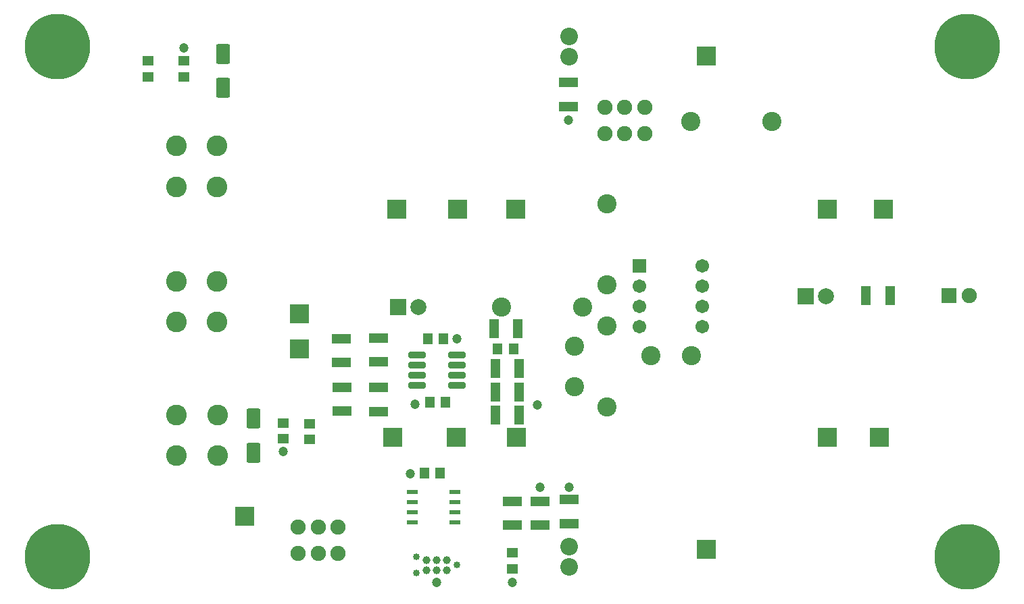
<source format=gbr>
G04*
G04 #@! TF.GenerationSoftware,Altium Limited,Altium Designer,24.1.2 (44)*
G04*
G04 Layer_Color=8757620*
%FSLAX44Y44*%
%MOMM*%
G71*
G04*
G04 #@! TF.SameCoordinates,C4B2C0E0-4E9B-487C-9046-04FF2B3DFFC7*
G04*
G04*
G04 #@! TF.FilePolarity,Negative*
G04*
G01*
G75*
%ADD20R,2.4032X2.4032*%
%ADD21C,1.9032*%
%ADD22C,2.2032*%
%ADD23C,1.7032*%
%ADD24R,1.7032X1.7032*%
%ADD25C,2.6032*%
%ADD26C,8.2032*%
%ADD27R,1.9032X1.9032*%
%ADD28R,2.4032X2.4032*%
%ADD29C,2.4032*%
%ADD30C,2.0032*%
%ADD31R,2.0032X2.0032*%
%ADD32C,2.4028*%
%ADD33C,0.8500*%
%ADD34C,1.2032*%
%ADD52R,1.3970X0.5588*%
%ADD59R,1.2192X2.4638*%
%ADD60R,2.4638X1.2192*%
%ADD61R,1.4532X1.2032*%
%ADD62R,1.2032X1.4532*%
G04:AMPARAMS|DCode=63|XSize=2.5332mm|YSize=1.7532mm|CornerRadius=0.2954mm|HoleSize=0mm|Usage=FLASHONLY|Rotation=90.000|XOffset=0mm|YOffset=0mm|HoleType=Round|Shape=RoundedRectangle|*
%AMROUNDEDRECTD63*
21,1,2.5332,1.1625,0,0,90.0*
21,1,1.9425,1.7532,0,0,90.0*
1,1,0.5907,0.5813,0.9712*
1,1,0.5907,0.5813,-0.9712*
1,1,0.5907,-0.5813,-0.9712*
1,1,0.5907,-0.5813,0.9712*
%
%ADD63ROUNDEDRECTD63*%
G04:AMPARAMS|DCode=64|XSize=2.1732mm|YSize=0.8032mm|CornerRadius=0.1766mm|HoleSize=0mm|Usage=FLASHONLY|Rotation=180.000|XOffset=0mm|YOffset=0mm|HoleType=Round|Shape=RoundedRectangle|*
%AMROUNDEDRECTD64*
21,1,2.1732,0.4500,0,0,180.0*
21,1,1.8200,0.8032,0,0,180.0*
1,1,0.3532,-0.9100,0.2250*
1,1,0.3532,0.9100,0.2250*
1,1,0.3532,0.9100,-0.2250*
1,1,0.3532,-0.9100,-0.2250*
%
%ADD64ROUNDEDRECTD64*%
%ADD65C,1.0032*%
D20*
X893225Y89475D02*
D03*
X314750Y131000D02*
D03*
X383500Y341000D02*
D03*
Y385000D02*
D03*
X1110000Y230000D02*
D03*
D21*
X816000Y610750D02*
D03*
Y643750D02*
D03*
X791000D02*
D03*
X766000D02*
D03*
Y610750D02*
D03*
X791000D02*
D03*
X432000Y84250D02*
D03*
Y117250D02*
D03*
X407000D02*
D03*
X382000D02*
D03*
Y84250D02*
D03*
X407000D02*
D03*
X1222950Y407750D02*
D03*
D22*
X721340Y707550D02*
D03*
Y732950D02*
D03*
X721660Y67300D02*
D03*
Y92700D02*
D03*
D23*
X888450Y445350D02*
D03*
Y419950D02*
D03*
Y394550D02*
D03*
Y369150D02*
D03*
X809050D02*
D03*
Y394550D02*
D03*
Y419950D02*
D03*
D24*
Y445350D02*
D03*
D25*
X229750Y258250D02*
D03*
X280750D02*
D03*
X229750Y207250D02*
D03*
X280750D02*
D03*
X229500Y595500D02*
D03*
X280500D02*
D03*
X229500Y544500D02*
D03*
X280500D02*
D03*
X229500Y425500D02*
D03*
X280500D02*
D03*
X229500Y374500D02*
D03*
X280500D02*
D03*
D26*
X1220000Y720000D02*
D03*
X80000D02*
D03*
Y80000D02*
D03*
X1220000D02*
D03*
D27*
X1197550Y407750D02*
D03*
D28*
X893500Y708275D02*
D03*
X654745Y516249D02*
D03*
X581750Y516250D02*
D03*
X505745Y516249D02*
D03*
X655000Y230000D02*
D03*
X580000D02*
D03*
X500000D02*
D03*
X1115000Y516250D02*
D03*
X1045000D02*
D03*
Y230000D02*
D03*
D29*
X728500Y344400D02*
D03*
Y293600D02*
D03*
X823850Y332250D02*
D03*
X874650D02*
D03*
D30*
X532450Y393750D02*
D03*
X1043200Y407250D02*
D03*
D31*
X507050Y393750D02*
D03*
X1017800Y407250D02*
D03*
D32*
X769000Y268200D02*
D03*
Y369800D02*
D03*
X636950Y393500D02*
D03*
X738550D02*
D03*
X768500Y522800D02*
D03*
Y421200D02*
D03*
X873700Y626500D02*
D03*
X975300D02*
D03*
D33*
X529600Y59840D02*
D03*
Y80160D02*
D03*
X580400Y70000D02*
D03*
D34*
X681311Y271000D02*
D03*
X528500Y271298D02*
D03*
X581000Y353250D02*
D03*
X650500Y48000D02*
D03*
X555250Y48250D02*
D03*
X238500Y718250D02*
D03*
X721000Y167500D02*
D03*
X720750Y627750D02*
D03*
X685000Y167500D02*
D03*
X363500Y212250D02*
D03*
X522500Y184750D02*
D03*
D52*
X524727Y161590D02*
D03*
Y148890D02*
D03*
Y136190D02*
D03*
Y123490D02*
D03*
X577813D02*
D03*
Y136190D02*
D03*
Y148890D02*
D03*
Y161590D02*
D03*
D59*
X657000Y366000D02*
D03*
X627000D02*
D03*
X659000Y316000D02*
D03*
X629000D02*
D03*
X658750Y258000D02*
D03*
X628750D02*
D03*
X1093250Y407500D02*
D03*
X1123250D02*
D03*
X658750Y287000D02*
D03*
X628750D02*
D03*
D60*
X482750Y324750D02*
D03*
Y354750D02*
D03*
X482250Y262500D02*
D03*
Y292500D02*
D03*
X720750Y645250D02*
D03*
Y675250D02*
D03*
X436250Y354000D02*
D03*
Y324000D02*
D03*
X436500Y262750D02*
D03*
Y292750D02*
D03*
X721500Y152000D02*
D03*
Y122000D02*
D03*
X650000Y120000D02*
D03*
Y150000D02*
D03*
X685000D02*
D03*
Y120000D02*
D03*
D61*
X193750Y702250D02*
D03*
Y682250D02*
D03*
X650000Y85000D02*
D03*
Y65000D02*
D03*
X396000Y227250D02*
D03*
Y247250D02*
D03*
X238750Y702250D02*
D03*
Y682250D02*
D03*
X363500Y248000D02*
D03*
Y228000D02*
D03*
D62*
X546750Y274000D02*
D03*
X566750D02*
D03*
X564250Y353500D02*
D03*
X544250D02*
D03*
X560000Y185000D02*
D03*
X540000D02*
D03*
X631500Y341267D02*
D03*
X651500D02*
D03*
D63*
X287500Y668650D02*
D03*
Y711350D02*
D03*
X326250Y210650D02*
D03*
Y253350D02*
D03*
D64*
X530988Y333292D02*
D03*
Y320592D02*
D03*
Y307892D02*
D03*
Y295191D02*
D03*
X580388D02*
D03*
Y307892D02*
D03*
Y320592D02*
D03*
Y333292D02*
D03*
D65*
X542300Y76350D02*
D03*
X567700Y63650D02*
D03*
Y76350D02*
D03*
X555000Y63650D02*
D03*
X542300D02*
D03*
X555000Y76350D02*
D03*
M02*

</source>
